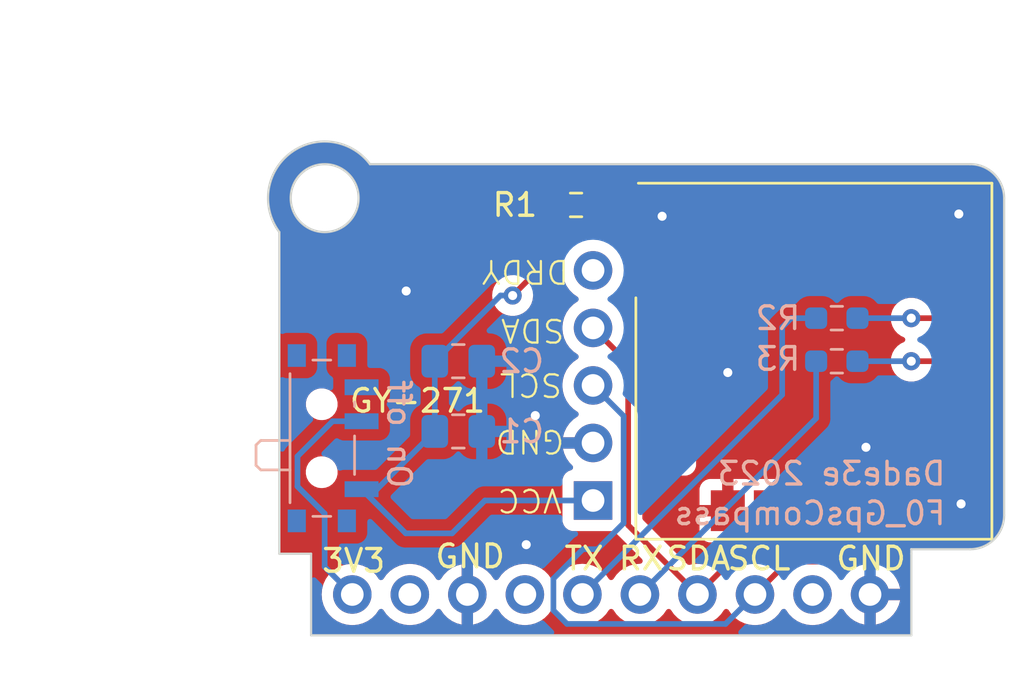
<source format=kicad_pcb>
(kicad_pcb (version 20221018) (generator pcbnew)
  (layers (0 "F.Cu" signal) (31 "B.Cu" signal) (34 "B.Paste" user) (35 "F.Paste" user) (36 "B.SilkS" user "B.Silkscreen") (37 "F.SilkS" user "F.Silkscreen") (38 "B.Mask" user) (39 "F.Mask" user) (44 "Edge.Cuts" user))
  (net 0 "")
  (net 1 "GND")
  (net 2 "+3V3")
  (net 3 "Net-(GY-271-Pin_3)")
  (net 4 "Net-(GY-271-Pin_4)")
  (net 6 "Net-(J1-Pin_1)")
  (net 9 "Net-(J1-Pin_5)")
  (net 10 "Net-(J1-Pin_6)")
  (net 15 "Net-(U1-~{RESET})")
  (net 17 "Net-(U1-RXD)")
  (net 18 "Net-(U1-TXD)")
  (footprint "mia_libreria:GY-271" (layer "F.Cu") (at 92.85 95.85 180)
    (fp_text reference "GY-271" (at 7.75 4.4) (layer "F.SilkS"))
    (fp_text value "Conn_01x05_Socket" hide)
    (fp_text user "GND" (at 1.2 3.2 180 unlocked) (layer "F.SilkS") (effects (font (thickness 0.1)) (justify left bottom)))
    (fp_text user "VCC" (at 1.3 0.6 180 unlocked) (layer "F.SilkS") (effects (font (thickness 0.1)) (justify left bottom)))
    (fp_text user "SCL" (at 1.3 5.7 180 unlocked) (layer "F.SilkS") (effects (font (thickness 0.1)) (justify left bottom)))
    (fp_text user "DRDY" (at 1 10.7 180 unlocked) (layer "F.SilkS") (effects (font (thickness 0.1)) (justify left bottom)))
    (fp_text user "SDA" (at 1.2 8.1 180 unlocked) (layer "F.SilkS") (effects (font (thickness 0.1)) (justify left bottom)))
    (pad "1" thru_hole rect (at 0 0 180) (size 1.7 1.7) (drill 1) (layers "*.Cu" "*.Mask") (net 2 "+3V3"))
    (pad "2" thru_hole oval (at 0 2.54 180) (size 1.7 1.7) (drill 1) (layers "*.Cu" "*.Mask") (net 1 "GND"))
    (pad "3" thru_hole oval (at 0 5.08 180) (size 1.7 1.7) (drill 1) (layers "*.Cu" "*.Mask") (net 3 "Net-(GY-271-Pin_3)"))
    (pad "4" thru_hole oval (at 0 7.62 180) (size 1.7 1.7) (drill 1) (layers "*.Cu" "*.Mask") (net 4 "Net-(GY-271-Pin_4)"))
    (pad "5" thru_hole oval (at 0 10.16 180) (size 1.7 1.7) (drill 1) (layers "*.Cu" "*.Mask"))
  )
  (footprint "RF_GPS:ublox_SAM-M8Q" (layer "F.Cu") (at 102.6 89.7)
    (fp_text reference "U1" hide)
    (fp_text value "SAM-M8Q" hide)
    (fp_line (start -7.86 -2.8) (end -7.86 7.86) (stroke (width 0.12)) (layer "F.SilkS"))
    (fp_line (start -7.86 7.86) (end 7.86 7.86) (stroke (width 0.12)) (layer "F.SilkS"))
    (fp_line (start -7.75 -7.86) (end 7.86 -7.86) (stroke (width 0.12)) (layer "F.SilkS"))
    (fp_line (start 7.86 -7.86) (end 7.86 7.86) (stroke (width 0.12)) (layer "F.SilkS"))
    (pad "1" smd rect (at -6.6 -3.8) (size 1.8 1.5) (layers "F.Cu" "F.Mask") (net 1 "GND"))
    (pad "2" smd rect (at -6.6 -1.9) (size 1.8 1.5) (layers "F.Cu" "F.Mask") (net 2 "+3V3"))
    (pad "3" smd rect (at -6.6 0) (size 1.8 1.5) (layers "F.Cu" "F.Mask") (net 2 "+3V3"))
    (pad "4" smd rect (at -6.6 1.9) (size 1.8 1.5) (layers "F.Cu" "F.Mask") (net 1 "GND"))
    (pad "5" smd rect (at -6.6 3.8) (size 1.8 1.5) (layers "F.Cu" "F.Mask") (net 1 "GND"))
    (pad "6" smd rect (at -3.8 6.6) (size 1.5 1.8) (layers "F.Cu" "F.Mask") (net 1 "GND"))
    (pad "7" smd rect (at -1.9 6.6) (size 1.5 1.8) (layers "F.Cu" "F.Mask"))
    (pad "8" smd rect (at 0 6.6) (size 1.5 1.8) (layers "F.Cu" "F.Mask"))
    (pad "9" smd rect (at 1.9 6.6) (size 1.5 1.8) (layers "F.Cu" "F.Mask") (net 4 "Net-(GY-271-Pin_4)"))
    (pad "10" smd rect (at 3.8 6.6) (size 1.5 1.8) (layers "F.Cu" "F.Mask") (net 1 "GND"))
    (pad "11" smd rect (at 6.6 3.8) (size 1.8 1.5) (layers "F.Cu" "F.Mask") (net 1 "GND"))
    (pad "12" smd rect (at 6.6 1.9) (size 1.8 1.5) (layers "F.Cu" "F.Mask") (net 3 "Net-(GY-271-Pin_3)"))
    (pad "13" smd rect (at 6.6 0) (size 1.8 1.5) (layers "F.Cu" "F.Mask") (net 18 "Net-(U1-TXD)"))
    (pad "14" smd rect (at 6.6 -1.9) (size 1.8 1.5) (layers "F.Cu" "F.Mask") (net 17 "Net-(U1-RXD)"))
    (pad "15" smd rect (at 6.6 -3.8) (size 1.8 1.5) (layers "F.Cu" "F.Mask") (net 1 "GND"))
    (pad "16" smd rect (at 3.8 -6.6) (size 1.5 1.8) (layers "F.Cu" "F.Mask") (net 1 "GND"))
    (pad "17" smd rect (at 1.9 -6.6) (size 1.5 1.8) (layers "F.Cu" "F.Mask") (net 2 "+3V3"))
    (pad "18" smd rect (at 0 -6.6) (size 1.5 1.8) (layers "F.Cu" "F.Mask") (net 15 "Net-(U1-~{RESET})"))
    (pad "19" smd rect (at -1.9 -6.6) (size 1.5 1.8) (layers "F.Cu" "F.Mask"))
    (pad "20" smd rect (at -3.8 -6.6) (size 1.5 1.8) (layers "F.Cu" "F.Mask") (net 1 "GND"))
  )
  (footprint "Resistor_SMD:R_0603_1608Metric_Pad0.98x0.95mm_HandSolder" (layer "F.Cu") (at 92.1 82.8)
    (fp_text reference "R1" (at -2.7 0) (layer "F.SilkS"))
    (fp_text value "3K3" hide)
    (fp_line (start -0.254724 -0.5225) (end 0.254724 -0.5225) (stroke (width 0.12)) (layer "F.SilkS"))
    (fp_line (start -0.254724 0.5225) (end 0.254724 0.5225) (stroke (width 0.12)) (layer "F.SilkS"))
    (pad "1" smd roundrect (at -0.9125 0) (size 0.975 0.95) (layers "F.Cu" "F.Paste" "F.Mask") (net 2 "+3V3"))
    (pad "2" smd roundrect (at 0.9125 0) (size 0.975 0.95) (layers "F.Cu" "F.Paste" "F.Mask") (net 15 "Net-(U1-~{RESET})"))
  )
  (footprint "Connector_PinHeader_2.54mm:PinHeader_1x10_P2.54mm_Vertical" (layer "F.Cu") (at 82.22 100 90)
    (fp_text reference "J1" hide)
    (fp_text value "Conn_01x10_Pin" hide)
    (pad "1" thru_hole circle (at 0 0 90) (size 1.7 1.7) (drill 1) (layers "*.Cu" "*.Mask") (net 6 "Net-(J1-Pin_1)"))
    (pad "2" thru_hole oval (at 0 2.54 90) (size 1.7 1.7) (drill 1) (layers "*.Cu" "*.Mask"))
    (pad "3" thru_hole oval (at 0 5.08 90) (size 1.7 1.7) (drill 1) (layers "*.Cu" "*.Mask") (net 1 "GND"))
    (pad "4" thru_hole oval (at 0 7.62 90) (size 1.7 1.7) (drill 1) (layers "*.Cu" "*.Mask"))
    (pad "5" thru_hole oval (at 0 10.16 90) (size 1.7 1.7) (drill 1) (layers "*.Cu" "*.Mask") (net 9 "Net-(J1-Pin_5)"))
    (pad "6" thru_hole oval (at 0 12.7 90) (size 1.7 1.7) (drill 1) (layers "*.Cu" "*.Mask") (net 10 "Net-(J1-Pin_6)"))
    (pad "7" thru_hole oval (at 0 15.24 90) (size 1.7 1.7) (drill 1) (layers "*.Cu" "*.Mask") (net 4 "Net-(GY-271-Pin_4)"))
    (pad "8" thru_hole oval (at 0 17.78 90) (size 1.7 1.7) (drill 1) (layers "*.Cu" "*.Mask") (net 3 "Net-(GY-271-Pin_3)"))
    (pad "9" thru_hole oval (at 0 20.32 90) (size 1.7 1.7) (drill 1) (layers "*.Cu" "*.Mask"))
    (pad "10" thru_hole oval (at 0 22.86 90) (size 1.7 1.7) (drill 1) (layers "*.Cu" "*.Mask") (net 1 "GND"))
  )
  (footprint "Button_Switch_SMD:SW_SPDT_PCM12" (layer "B.Cu") (at 81.2 93.1 90)
    (fp_text reference "SW1" hide)
    (fp_text value "SW_SPDT" hide)
    (fp_line (start -3.45 0.07) (end -3.45 -0.72) (stroke (width 0.12)) (layer "B.SilkS"))
    (fp_line (start -2.85 -1.73) (end 2.85 -1.73) (stroke (width 0.12)) (layer "B.SilkS"))
    (fp_line (start -1.6 1.12) (end 0.1 1.12) (stroke (width 0.12)) (layer "B.SilkS"))
    (fp_line (start -1.4 -3.02) (end -1.2 -3.23) (stroke (width 0.12)) (layer "B.SilkS"))
    (fp_line (start -1.4 -1.73) (end -1.4 -3.02) (stroke (width 0.12)) (layer "B.SilkS"))
    (fp_line (start -1.2 -3.23) (end -0.3 -3.23) (stroke (width 0.12)) (layer "B.SilkS"))
    (fp_line (start -0.1 -3.02) (end -0.3 -3.23) (stroke (width 0.12)) (layer "B.SilkS"))
    (fp_line (start -0.1 -3.02) (end -0.1 -1.73) (stroke (width 0.12)) (layer "B.SilkS"))
    (fp_line (start 1.4 1.12) (end 1.6 1.12) (stroke (width 0.12)) (layer "B.SilkS"))
    (fp_line (start 3.45 -0.72) (end 3.45 0.07) (stroke (width 0.12)) (layer "B.SilkS"))
    (pad "" smd rect (at -3.65 -1.43 90) (size 1 0.8) (layers "B.Cu" "B.Paste" "B.Mask"))
    (pad "" smd rect (at -3.65 0.78 90) (size 1 0.8) (layers "B.Cu" "B.Paste" "B.Mask"))
    (pad "" np_thru_hole circle (at -1.5 -0.33 90) (size 0.9 0.9) (drill 0.9) (layers "*.Cu" "*.Mask"))
    (pad "" np_thru_hole circle (at 1.5 -0.33 90) (size 0.9 0.9) (drill 0.9) (layers "*.Cu" "*.Mask"))
    (pad "" smd rect (at 3.65 -1.43 90) (size 1 0.8) (layers "B.Cu" "B.Paste" "B.Mask"))
    (pad "" smd rect (at 3.65 0.78 90) (size 1 0.8) (layers "B.Cu" "B.Paste" "B.Mask"))
    (pad "1" smd rect (at -2.25 1.43 90) (size 0.7 1.5) (layers "B.Cu" "B.Paste" "B.Mask") (net 2 "+3V3"))
    (pad "2" smd rect (at 0.75 1.43 90) (size 0.7 1.5) (layers "B.Cu" "B.Paste" "B.Mask") (net 6 "Net-(J1-Pin_1)"))
    (pad "3" smd rect (at 2.25 1.43 90) (size 0.7 1.5) (layers "B.Cu" "B.Paste" "B.Mask"))
  )
  (footprint "Capacitor_SMD:C_0805_2012Metric_Pad1.18x1.45mm_HandSolder" (layer "B.Cu") (at 86.9 92.8)
    (fp_text reference "C1" (at 2.8 0) (layer "B.SilkS") (effects (justify mirror)))
    (fp_text value "C" hide)
    (fp_line (start -0.261252 -0.735) (end 0.261252 -0.735) (stroke (width 0.12)) (layer "B.SilkS"))
    (fp_line (start -0.261252 0.735) (end 0.261252 0.735) (stroke (width 0.12)) (layer "B.SilkS"))
    (pad "1" smd roundrect (at -1.0375 0) (size 1.175 1.45) (layers "B.Cu" "B.Paste" "B.Mask") (roundrect_rratio 0.2127659574) (net 2 "+3V3"))
    (pad "2" smd roundrect (at 1.0375 0) (size 1.175 1.45) (layers "B.Cu" "B.Paste" "B.Mask") (roundrect_rratio 0.2127659574) (net 1 "GND"))
  )
  (footprint "Resistor_SMD:R_0603_1608Metric_Pad0.98x0.95mm_HandSolder" (layer "B.Cu") (at 103.6125 89.7 180)
    (fp_text reference "R3" (at 2.6 0.1) (layer "B.SilkS") (effects (justify mirror)))
    (fp_text value "R" hide)
    (fp_line (start -0.254724 -0.5225) (end 0.254724 -0.5225) (stroke (width 0.12)) (layer "B.SilkS"))
    (fp_line (start -0.254724 0.5225) (end 0.254724 0.5225) (stroke (width 0.12)) (layer "B.SilkS"))
    (pad "1" smd roundrect (at -0.9125 0 180) (size 0.975 0.95) (layers "B.Cu" "B.Paste" "B.Mask") (net 18 "Net-(U1-TXD)"))
    (pad "2" smd roundrect (at 0.9125 0 180) (size 0.975 0.95) (layers "B.Cu" "B.Paste" "B.Mask") (net 10 "Net-(J1-Pin_6)"))
  )
  (footprint "Capacitor_SMD:C_0805_2012Metric_Pad1.18x1.45mm_HandSolder" (layer "B.Cu") (at 86.9 89.7)
    (fp_text reference "C2" (at 2.8 0) (layer "B.SilkS") (effects (justify mirror)))
    (fp_text value "C" hide)
    (fp_line (start -0.261252 -0.735) (end 0.261252 -0.735) (stroke (width 0.12)) (layer "B.SilkS"))
    (fp_line (start -0.261252 0.735) (end 0.261252 0.735) (stroke (width 0.12)) (layer "B.SilkS"))
    (pad "1" smd roundrect (at -1.0375 0) (size 1.175 1.45) (layers "B.Cu" "B.Paste" "B.Mask") (roundrect_rratio 0.2127659574) (net 2 "+3V3"))
    (pad "2" smd roundrect (at 1.0375 0) (size 1.175 1.45) (layers "B.Cu" "B.Paste" "B.Mask") (roundrect_rratio 0.2127659574) (net 1 "GND"))
  )
  (footprint "Resistor_SMD:R_0603_1608Metric_Pad0.98x0.95mm_HandSolder" (layer "B.Cu") (at 103.6125 87.8 180)
    (fp_text reference "R2" (at 2.6 0) (layer "B.SilkS") (effects (justify mirror)))
    (fp_text value "R" hide)
    (fp_line (start -0.254724 -0.5225) (end 0.254724 -0.5225) (stroke (width 0.12)) (layer "B.SilkS"))
    (fp_line (start -0.254724 0.5225) (end 0.254724 0.5225) (stroke (width 0.12)) (layer "B.SilkS"))
    (pad "1" smd roundrect (at -0.9125 0 180) (size 0.975 0.95) (layers "B.Cu" "B.Paste" "B.Mask") (net 17 "Net-(U1-RXD)"))
    (pad "2" smd roundrect (at 0.9125 0 180) (size 0.975 0.95) (layers "B.Cu" "B.Paste" "B.Mask") (net 9 "Net-(J1-Pin_5)"))
  )
  (gr_line (start 79 98.2) (end 80.4 98.2) (stroke (width 0.1)) (layer "Edge.Cuts"))
  (gr_line (start 106.9 101.8) (end 106.9 98.2) (stroke (width 0.1)) (layer "Edge.Cuts"))
  (gr_arc (start 79 84) (mid 79.5 80.5) (end 83 81) (stroke (width 0.1)) (layer "Edge.Cuts"))
  (gr_circle (center 81 82.5) (end 81 81) (stroke (width 0.1)) (fill none) (layer "Edge.Cuts"))
  (gr_line (start 80.4 101.8) (end 106.9 101.8) (stroke (width 0.1)) (layer "Edge.Cuts"))
  (gr_line (start 79 84) (end 79 98.2) (stroke (width 0.1)) (layer "Edge.Cuts"))
  (gr_line (start 106.9 98) (end 109.5 98) (stroke (width 0.1)) (layer "Edge.Cuts"))
  (gr_arc (start 109.5 81) (mid 110.56066 81.43934) (end 111 82.5) (stroke (width 0.1)) (layer "Edge.Cuts"))
  (gr_line (start 80.4 98.2) (end 80.4 101.8) (stroke (width 0.1)) (layer "Edge.Cuts"))
  (gr_line (start 83 81) (end 109.5 81) (stroke (width 0.1)) (layer "Edge.Cuts"))
  (gr_line (start 106.9 98.2) (end 106.9 98) (stroke (width 0.1)) (layer "Edge.Cuts"))
  (gr_arc (start 111 96.5) (mid 110.56066 97.56066) (end 109.5 98) (stroke (width 0.1)) (layer "Edge.Cuts"))
  (gr_line (start 111 82.5) (end 111 96.5) (stroke (width 0.1)) (layer "Edge.Cuts"))
  (gr_text "On off" (at 83.7 95.4 270) (layer "B.SilkS") (effects (font (size 1 1)) (justify left bottom mirror)))
  (gr_text "Dade3e 2023" (at 108.5 95.25) (layer "B.SilkS") (effects (font (size 1 1)) (justify left bottom mirror)))
  (gr_text "F0_GpsCompass" (at 108.5 97) (layer "B.SilkS") (effects (font (size 1 1)) (justify left bottom mirror)))
  (gr_text "GND" (at 103.5 99) (layer "F.SilkS") (effects (font (size 1 1)) (justify left bottom)))
  (gr_text "TX" (at 91.5 99) (layer "F.SilkS") (effects (font (size 1 1)) (justify left bottom)))
  (gr_text "SCL" (at 98.7 99) (layer "F.SilkS") (effects (font (size 1 1)) (justify left bottom)))
  (gr_text "GND" (at 85.8 98.9) (layer "F.SilkS") (effects (font (size 1 1)) (justify left bottom)))
  (gr_text "SDA" (at 96 99) (layer "F.SilkS") (effects (font (size 1 1)) (justify left bottom)))
  (gr_text "RX" (at 93.9 99) (layer "F.SilkS") (effects (font (size 1 1)) (justify left bottom)))
  (gr_text "3V3" (at 80.8 99.1) (layer "F.SilkS") (effects (font (size 1 1)) (justify left bottom)))
  (via (at 95.9 83.3) (size 0.8) (drill 0.4) (layers "F.Cu" "B.Cu") (net 1))
  (via (at 104.9 93.5) (size 0.8) (drill 0.4) (layers "F.Cu" "B.Cu") (net 1))
  (via (at 89.9 97.8) (size 0.8) (drill 0.4) (layers "F.Cu" "B.Cu") (net 1))
  (via (at 98.8 90.2) (size 0.8) (drill 0.4) (layers "F.Cu" "B.Cu") (net 1))
  (via (at 109 83.2) (size 0.8) (drill 0.4) (layers "F.Cu" "B.Cu") (net 1))
  (via (at 109.1 96) (size 0.8) (drill 0.4) (layers "F.Cu" "B.Cu") (net 1))
  (via (at 90.3 92.1) (size 0.8) (drill 0.4) (layers "F.Cu" "B.Cu") (net 1))
  (via (at 84.6 86.6) (size 0.8) (drill 0.4) (layers "F.Cu" "B.Cu") (net 1))
  (segment (start 104.5 83.5) (end 102.7 85.3) (width 0.25) (layer "F.Cu") (net 2))
  (segment (start 89.3 86.8) (end 91.1875 84.9125) (width 0.25) (layer "F.Cu") (net 2))
  (segment (start 104.5 83.1) (end 104.5 83.5) (width 0.25) (layer "F.Cu") (net 2))
  (segment (start 96 87.8) (end 96 89.7) (width 0.25) (layer "F.Cu") (net 2))
  (segment (start 94.5 84.75) (end 93.75 84) (width 0.25) (layer "F.Cu") (net 2))
  (segment (start 92.3875 84) (end 91.1875 82.8) (width 0.25) (layer "F.Cu") (net 2))
  (segment (start 94.85 87.8) (end 94.5 87.45) (width 0.25) (layer "F.Cu") (net 2))
  (segment (start 98.6 87.8) (end 96 87.8) (width 0.25) (layer "F.Cu") (net 2))
  (segment (start 102.7 85.3) (end 101.1 85.3) (width 0.25) (layer "F.Cu") (net 2))
  (segment (start 94.5 87.45) (end 94.5 84.75) (width 0.25) (layer "F.Cu") (net 2))
  (segment (start 96 87.8) (end 94.85 87.8) (width 0.25) (layer "F.Cu") (net 2))
  (segment (start 101.1 85.3) (end 98.6 87.8) (width 0.25) (layer "F.Cu") (net 2))
  (segment (start 91.1875 84.9125) (end 91.1875 82.8) (width 0.25) (layer "F.Cu") (net 2))
  (segment (start 93.75 84) (end 92.3875 84) (width 0.25) (layer "F.Cu") (net 2))
  (via (at 89.3 86.8) (size 0.8) (drill 0.4) (layers "F.Cu" "B.Cu") (net 2))
  (segment (start 85.8625 89.7) (end 88.7625 86.8) (width 0.25) (layer "B.Cu") (net 2))
  (segment (start 84.58 97.3) (end 86.625 97.3) (width 0.25) (layer "B.Cu") (net 2))
  (segment (start 88.075 95.85) (end 92.85 95.85) (width 0.25) (layer "B.Cu") (net 2))
  (segment (start 87.925 96) (end 88.075 95.85) (width 0.25) (layer "B.Cu") (net 2))
  (segment (start 82.63 95.35) (end 83.3125 95.35) (width 0.25) (layer "B.Cu") (net 2))
  (segment (start 82.63 95.35) (end 84.58 97.3) (width 0.25) (layer "B.Cu") (net 2))
  (segment (start 83.3125 95.35) (end 85.8625 92.8) (width 0.25) (layer "B.Cu") (net 2))
  (segment (start 86.625 97.3) (end 87.925 96) (width 0.25) (layer "B.Cu") (net 2))
  (segment (start 88.7625 86.8) (end 89.3 86.8) (width 0.25) (layer "B.Cu") (net 2))
  (segment (start 85.8625 92.8) (end 85.8625 89.7) (width 0.25) (layer "B.Cu") (net 2))
  (segment (start 104.036396 98.55) (end 101.45 98.55) (width 0.25) (layer "F.Cu") (net 3))
  (segment (start 107.6 92.05) (end 107.6 97.4) (width 0.25) (layer "F.Cu") (net 3))
  (segment (start 101.45 98.55) (end 100 100) (width 0.25) (layer "F.Cu") (net 3))
  (segment (start 106.1 98.5) (end 104.086396 98.5) (width 0.25) (layer "F.Cu") (net 3))
  (segment (start 107.2 97.8) (end 106.8 97.8) (width 0.25) (layer "F.Cu") (net 3))
  (segment (start 106.8 97.8) (end 106.1 98.5) (width 0.25) (layer "F.Cu") (net 3))
  (segment (start 104.086396 98.5) (end 104.036396 98.55) (width 0.25) (layer "F.Cu") (net 3))
  (segment (start 107.6 97.4) (end 107.2 97.8) (width 0.25) (layer "F.Cu") (net 3))
  (segment (start 109.2 91.6) (end 108.05 91.6) (width 0.25) (layer "F.Cu") (net 3))
  (segment (start 108.05 91.6) (end 107.6 92.05) (width 0.25) (layer "F.Cu") (net 3))
  (segment (start 91.7 101.3) (end 98.7 101.3) (width 0.25) (layer "B.Cu") (net 3))
  (segment (start 91.1 100.7) (end 91.7 101.3) (width 0.25) (layer "B.Cu") (net 3))
  (segment (start 91.1 99.3) (end 91.1 100.7) (width 0.25) (layer "B.Cu") (net 3))
  (segment (start 92.4 98) (end 91.1 99.3) (width 0.25) (layer "B.Cu") (net 3))
  (segment (start 98.7 101.3) (end 100 100) (width 0.25) (layer "B.Cu") (net 3))
  (segment (start 93.05 98) (end 92.4 98) (width 0.25) (layer "B.Cu") (net 3))
  (segment (start 92.85 90.77) (end 94.2 92.12) (width 0.25) (layer "B.Cu") (net 3))
  (segment (start 94.2 92.12) (end 94.2 96.85) (width 0.25) (layer "B.Cu") (net 3))
  (segment (start 94.2 96.85) (end 93.05 98) (width 0.25) (layer "B.Cu") (net 3))
  (segment (start 99.36 98.1) (end 97.46 100) (width 0.25) (layer "F.Cu") (net 4))
  (segment (start 103.85 98.1) (end 99.36 98.1) (width 0.25) (layer "F.Cu") (net 4))
  (segment (start 92.85 88.23) (end 94.4 89.78) (width 0.25) (layer "F.Cu") (net 4))
  (segment (start 104.5 96.3) (end 104.5 97.45) (width 0.25) (layer "F.Cu") (net 4))
  (segment (start 94.4 96.94) (end 97.46 100) (width 0.25) (layer "F.Cu") (net 4))
  (segment (start 94.4 89.78) (end 94.4 96.94) (width 0.25) (layer "F.Cu") (net 4))
  (segment (start 104.5 97.45) (end 103.85 98.1) (width 0.25) (layer "F.Cu") (net 4))
  (segment (start 79.8 95.23) (end 81 96.43) (width 0.25) (layer "B.Cu") (net 6))
  (segment (start 81 96.43) (end 81 98.78) (width 0.25) (layer "B.Cu") (net 6))
  (segment (start 81.35 92.35) (end 79.8 93.9) (width 0.25) (layer "B.Cu") (net 6))
  (segment (start 79.8 93.9) (end 79.8 95.23) (width 0.25) (layer "B.Cu") (net 6))
  (segment (start 82.63 92.35) (end 81.35 92.35) (width 0.25) (layer "B.Cu") (net 6))
  (segment (start 81 98.78) (end 82.22 100) (width 0.25) (layer "B.Cu") (net 6))
  (segment (start 101.6 87.8) (end 101.2 88.2) (width 0.25) (layer "B.Cu") (net 9))
  (segment (start 101.2 88.2) (end 101.2 91.18) (width 0.25) (layer "B.Cu") (net 9))
  (segment (start 101.2 91.18) (end 92.38 100) (width 0.25) (layer "B.Cu") (net 9))
  (segment (start 102.7 87.8) (end 101.6 87.8) (width 0.25) (layer "B.Cu") (net 9))
  (segment (start 102.7 89.7) (end 102.7 92.22) (width 0.25) (layer "B.Cu") (net 10))
  (segment (start 102.7 92.22) (end 94.92 100) (width 0.25) (layer "B.Cu") (net 10))
  (segment (start 102.6 81.95) (end 102.6 83.1) (width 0.25) (layer "F.Cu") (net 15))
  (segment (start 93.0125 82.8) (end 94.2125 81.6) (width 0.25) (layer "F.Cu") (net 15))
  (segment (start 102.25 81.6) (end 102.6 81.95) (width 0.25) (layer "F.Cu") (net 15))
  (segment (start 94.2125 81.6) (end 102.25 81.6) (width 0.25) (layer "F.Cu") (net 15))
  (segment (start 109.2 87.8) (end 106.9 87.8) (width 0.25) (layer "F.Cu") (net 17))
  (via (at 106.9 87.8) (size 0.8) (drill 0.4) (layers "F.Cu" "B.Cu") (net 17))
  (segment (start 106.9 87.8) (end 104.525 87.8) (width 0.25) (layer "B.Cu") (net 17))
  (segment (start 109.2 89.7) (end 106.9 89.7) (width 0.25) (layer "F.Cu") (net 18))
  (via (at 106.9 89.7) (size 0.8) (drill 0.4) (layers "F.Cu" "B.Cu") (net 18))
  (segment (start 106.9 89.7) (end 104.525 89.7) (width 0.25) (layer "B.Cu") (net 18))
  (zone (net 1) (net_name "GND") (layers "F&B.Cu") (connect_pads (clearance 0.5)) (min_thickness 0.25) (fill yes (thermal_gap 0.5) (thermal_bridge_width 0.5))
    (polygon (pts (xy 111.9 79.3) (xy 111.9 104.4) (xy 77.5 104.4) (xy 77.5 79.3)))
  )
)
</source>
